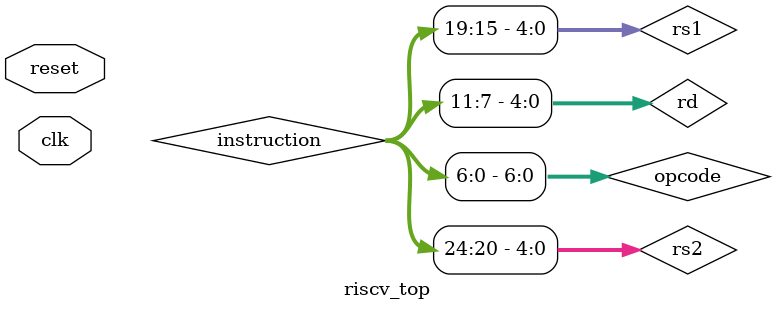
<source format=v>
module riscv_top (
  input wire clk,
  input wire reset
);

  reg [31:0] pc;
  wire [31:0] instruction;
  wire [6:0] opcode;
  wire [4:0] rd, rs1, rs2;
  wire [2:0] funct3;
  wire [6:0] funct7;
  wire [31:0] immediate;

  wire [31:0] reg_data1, reg_data2;
  wire [31:0] alu_result;
  wire [31:0] write_back_data;
  wire [31:0] alu_operand_b;

  wire ctrl_RegWrite, ctrl_ALUSrc, ctrl_Jump;
  wire [3:0] alu_control;

  wire [31:0] next_pc = pc + 32'd4;

  // ================================
  // PROGRAM COUNTER
  // ================================
  always @(posedge clk or posedge reset) begin
    if (reset)
      pc <= 32'b0;
    else if (ctrl_Jump)
      pc <= pc + immediate;  // for jal
    else
      pc <= next_pc;
  end

  // ================================
  // INSTRUCTION MEMORY
  // ================================
  instruction_memory imem_unit (
    .addr(pc),
    .instruction(instruction)
  );

  assign opcode = instruction[6:0];
  assign rd     = instruction[11:7];
  assign funct3 = instruction[14:12];
  assign rs1    = instruction[19:15];
  assign rs2    = instruction[24:20];
  assign funct7 = instruction[31:25];

  // ================================
  // CONTROL UNIT
  // ================================
  control_unit ctrl_unit (
    .opcode(opcode),
    .RegWrite(ctrl_RegWrite),
    .ALUSrc(ctrl_ALUSrc),
    .Jump(ctrl_Jump)
  );

  // ================================
  // REGISTER FILE
  // ================================
  register_file regf_unit (
    .clk(clk),
    .rs1(rs1),
    .rs2(rs2),
    .rd(rd),
    .RegWrite(ctrl_RegWrite),
    .write_data(write_back_data),
    .read_data1(reg_data1),
    .read_data2(reg_data2)
  );

  // ================================
  // IMMEDIATE GENERATOR
  // ================================
  imm_generator immgen_unit (
    .instruction(instruction),
    .imm_out(immediate)
  );

  // ================================
  // ALU CONTROL UNIT
  // ================================
  alu_control aluctrl_unit (
    .opcode(opcode),
    .funct3(funct3),
    .funct7(funct7),
    .alu_ctrl_out(alu_control)
  );

  assign alu_operand_b = ctrl_ALUSrc ? immediate : reg_data2;

  // ================================
  // ALU
  // ================================
  alu alu_unit (
    .a(reg_data1),
    .b(alu_operand_b),
    .alu_ctrl(alu_control),
    .result(alu_result),
    .zero()
  );

  // ================================
  // WRITE BACK
  // ================================
  assign write_back_data = ctrl_Jump ? next_pc : alu_result;
endmodule
</source>
